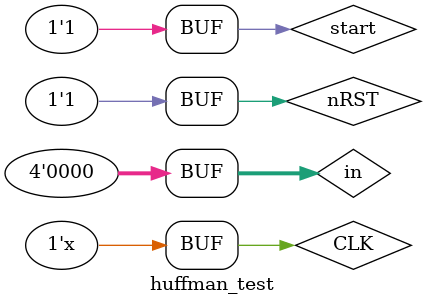
<source format=v>
`timescale 1ns/1ps
module huffman_test;

	// Inputs
	reg CLK;
	reg nRST;
	reg [3:0] in;
	reg start;

	// Outputs
	wire done;
	wire	[10:0] length;

	huffman dut(
	.CLK(CLK),
	.nRST(nRST),
	.start(start),
	.in(in),
	.length(length),
	.done(done)
	);
	
	//integer K;

	initial begin
		// Initialize Inputs
		CLK = 0;
		nRST = 0;
		in = 4'b0000;
		//in <= 1024'b0101_0101_0101_0100_0101_0100_0101_0100_0011_0101_0100_0011_0010_0101_0100_0011_0010_0101_0100_0011_0010_0101_0100_0011_0010_0001_0101_0100_0011_0010_0001;
		//in <= 1024'b1010_1010_1010_1001_1010_1001_1010_1001_1000_1010_1001_1000_1010_1001_1000_0111_1010_1001_1000_0111_1010_1001_1000_0111_0110_1010_1001_1000_0111_0110_1010_1001_1000_0111_0110_0101_1010_1001_1000_0111_0110_0101_1010_1001_1000_0111_0110_0101_0100_1010_1001_1000_0111_0110_0101_0100_1010_1001_1000_0111_0110_0101_0100_0011_1010_1001_1000_0111_0110_0101_0100_0011_1010_1001_1000_0111_0110_0101_0100_0011_0010_1010_1001_1000_0111_0110_0101_0100_0011_0010_1010_1001_1000_0111_0110_0101_0100_0011_0010_0001_1010_1001_1000_0111_0110_0101_0100_0011_0010_0001_1010_1001_1000_0111_0110_0101_0100_0011_0010_0001_1010_1010_1010_1001_1010_1001_1010_1001_1000_1010_1001_1000_1010_1001_1000_0111_1010_1001_1000_0111_1010_1001_1000_0111_0110_1010_1001_1000_0111_0110_1010_1001_1000_0111_0110_0101_1010_1001_1000_0111_0110_0101_1010_1001_1000_0111_0110_0101_0100_1010_1001_1000_0111_0110_0101_0100_1010_1001_1000_0111_0110_0101_0100_0011_1010_1001_1000_0111_0110_0101_0100_0011_1010_1001_1000_0111_0110_0101_0100_0011_0010_1010_1001_1000_0111_0110_0101_0100_0011_0010_1010_1001_1000_0111_0110_0101_0100_0011_0010_0001_1010_1001_1000_0111_0110_0101_0100_0011_0010_0001_1010_1001_1000_0111_0110_0101_0100_0011_0010_0001;

		// Wait 100 ns for global reset to finish
		#100;      
		nRST = 1;
		#5;
		start = 1;
 	end
	parameter DELAY = 1;
	always 
		#DELAY CLK = ~ CLK;
	

endmodule


</source>
